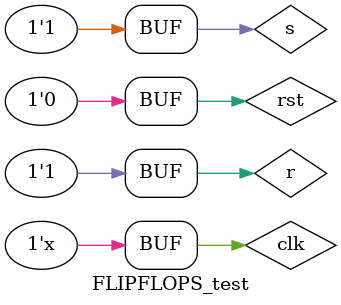
<source format=v>
`timescale 1ns / 1ps


module FLIPFLOPS_test;
reg s,r,clk,rst;
wire q;
FLIPFLOPS uut(.s(s),.r(r),.clk(clk),.rst(rst),.q(q));
initial
begin
rst=1;
clk=1'b0;
#100; rst=0;
#100; s=0; r=0;
#100; s=0; r=1;
#100; s=1; r=0;
#100; s=1; r=1;
end 
always
#30 clk=~clk;
endmodule

</source>
